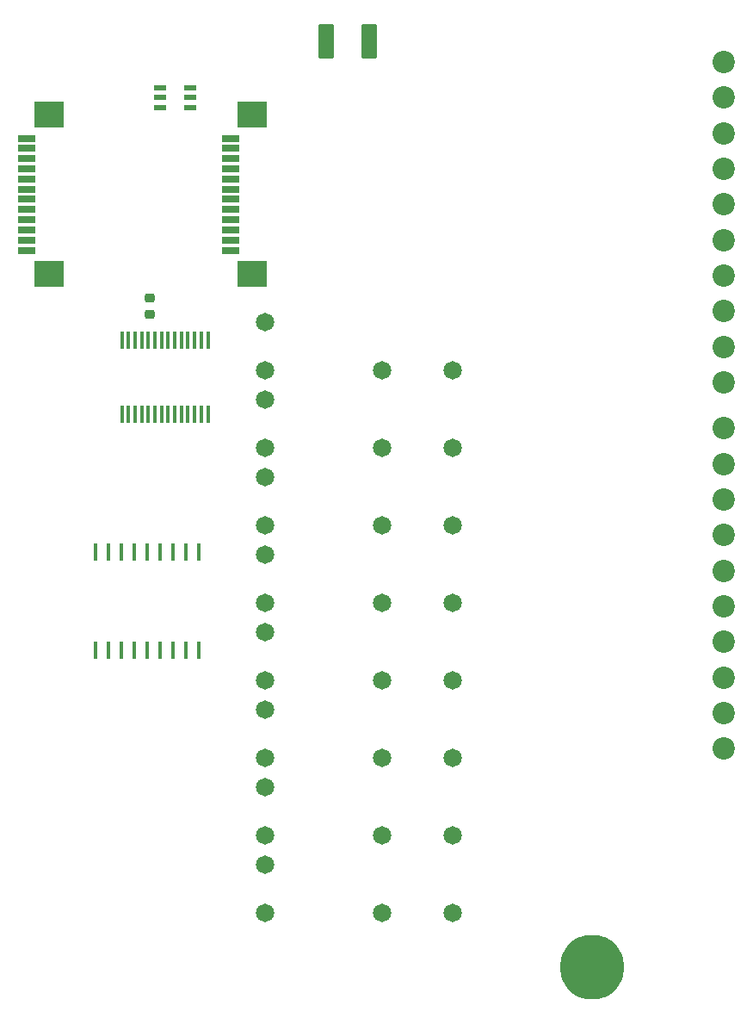
<source format=gbr>
%TF.GenerationSoftware,KiCad,Pcbnew,9.0.0*%
%TF.CreationDate,2025-03-10T21:13:25+03:00*%
%TF.ProjectId,PM_CNV-RQ8,504d5f43-4e56-42d5-9251-382e6b696361,rev?*%
%TF.SameCoordinates,Original*%
%TF.FileFunction,Soldermask,Top*%
%TF.FilePolarity,Negative*%
%FSLAX46Y46*%
G04 Gerber Fmt 4.6, Leading zero omitted, Abs format (unit mm)*
G04 Created by KiCad (PCBNEW 9.0.0) date 2025-03-10 21:13:25*
%MOMM*%
%LPD*%
G01*
G04 APERTURE LIST*
G04 Aperture macros list*
%AMRoundRect*
0 Rectangle with rounded corners*
0 $1 Rounding radius*
0 $2 $3 $4 $5 $6 $7 $8 $9 X,Y pos of 4 corners*
0 Add a 4 corners polygon primitive as box body*
4,1,4,$2,$3,$4,$5,$6,$7,$8,$9,$2,$3,0*
0 Add four circle primitives for the rounded corners*
1,1,$1+$1,$2,$3*
1,1,$1+$1,$4,$5*
1,1,$1+$1,$6,$7*
1,1,$1+$1,$8,$9*
0 Add four rect primitives between the rounded corners*
20,1,$1+$1,$2,$3,$4,$5,0*
20,1,$1+$1,$4,$5,$6,$7,0*
20,1,$1+$1,$6,$7,$8,$9,0*
20,1,$1+$1,$8,$9,$2,$3,0*%
G04 Aperture macros list end*
%ADD10R,1.181100X0.558800*%
%ADD11R,1.803400X0.635000*%
%ADD12R,2.997200X2.590800*%
%ADD13C,1.812000*%
%ADD14R,0.450800X1.716000*%
%ADD15C,2.200000*%
%ADD16RoundRect,0.225000X0.250000X-0.225000X0.250000X0.225000X-0.250000X0.225000X-0.250000X-0.225000X0*%
%ADD17O,6.350000X6.350000*%
%ADD18R,0.431800X1.655601*%
%ADD19RoundRect,0.250000X0.537500X1.450000X-0.537500X1.450000X-0.537500X-1.450000X0.537500X-1.450000X0*%
G04 APERTURE END LIST*
D10*
%TO.C,U5*%
X-20466850Y40450001D03*
X-20466850Y39500000D03*
X-20466850Y38549999D03*
X-17533150Y38549999D03*
X-17533150Y39500000D03*
X-17533150Y40450001D03*
%TD*%
D11*
%TO.C,J3*%
X-13556000Y24500008D03*
X-13556000Y25500006D03*
X-13556000Y26500004D03*
X-13556000Y27500002D03*
X-13556000Y28500000D03*
X-13556000Y29500000D03*
X-13556000Y30500000D03*
X-13556000Y31500000D03*
X-13556000Y32499998D03*
X-13556000Y33499996D03*
X-13556000Y34499994D03*
X-13556000Y35499992D03*
D12*
X-11385999Y22149997D03*
X-11385999Y37850003D03*
%TD*%
D11*
%TO.C,J1*%
X-33556000Y24500008D03*
X-33556000Y25500006D03*
X-33556000Y26500004D03*
X-33556000Y27500002D03*
X-33556000Y28500000D03*
X-33556000Y29500000D03*
X-33556000Y30500000D03*
X-33556000Y31500000D03*
X-33556000Y32499998D03*
X-33556000Y33499996D03*
X-33556000Y34499994D03*
X-33556000Y35499992D03*
D12*
X-31385999Y22149997D03*
X-31385999Y37850003D03*
%TD*%
D13*
%TO.C,K4*%
X-10160000Y-10160000D03*
X1340000Y-10160000D03*
X8340000Y-10160000D03*
X-10160000Y-5460000D03*
%TD*%
D14*
%TO.C,U2*%
X-16645000Y-5149202D03*
X-17915000Y-5149202D03*
X-19185000Y-5149202D03*
X-20455000Y-5149202D03*
X-21725000Y-5149202D03*
X-22995000Y-5149202D03*
X-24265000Y-5149202D03*
X-25535000Y-5149202D03*
X-26805000Y-5149202D03*
X-26805000Y-14850798D03*
X-25535000Y-14850798D03*
X-24265000Y-14850798D03*
X-22995000Y-14850798D03*
X-21725000Y-14850798D03*
X-20455000Y-14850798D03*
X-19185000Y-14850798D03*
X-17915000Y-14850798D03*
X-16645000Y-14850798D03*
%TD*%
D13*
%TO.C,K5*%
X-10160000Y-17780000D03*
X1340000Y-17780000D03*
X8340000Y-17780000D03*
X-10160000Y-13080000D03*
%TD*%
%TO.C,K6*%
X-10160000Y-25400000D03*
X1340000Y-25400000D03*
X8340000Y-25400000D03*
X-10160000Y-20700000D03*
%TD*%
%TO.C,K8*%
X-10160000Y-40640000D03*
X1340000Y-40640000D03*
X8340000Y-40640000D03*
X-10160000Y-35940000D03*
%TD*%
%TO.C,K1*%
X-10160000Y12700000D03*
X1340000Y12700000D03*
X8340000Y12700000D03*
X-10160000Y17400000D03*
%TD*%
D15*
%TO.C,J8*%
X35000000Y-24500000D03*
X35000000Y-21000000D03*
X35000000Y-17500000D03*
X35000000Y-14000000D03*
X35000000Y-10500000D03*
X35000000Y-7000000D03*
X35000000Y-3500000D03*
X35000000Y0D03*
X35000000Y3500000D03*
X35000000Y7000000D03*
%TD*%
D13*
%TO.C,K7*%
X-10160000Y-33020000D03*
X1340000Y-33020000D03*
X8340000Y-33020000D03*
X-10160000Y-28320000D03*
%TD*%
D16*
%TO.C,C2*%
X-21500000Y18225000D03*
X-21500000Y19775000D03*
%TD*%
D17*
%TO.C,PE1*%
X22000000Y-46000000D03*
%TD*%
D13*
%TO.C,K3*%
X-10160000Y-2540000D03*
X1340000Y-2540000D03*
X8340000Y-2540000D03*
X-10160000Y2160000D03*
%TD*%
D18*
%TO.C,U1*%
X-15775000Y8372199D03*
X-16425001Y8372199D03*
X-17075000Y8372199D03*
X-17725001Y8372199D03*
X-18374999Y8372199D03*
X-19025001Y8372199D03*
X-19674999Y8372199D03*
X-20325001Y8372199D03*
X-20974999Y8372199D03*
X-21625001Y8372199D03*
X-22274999Y8372199D03*
X-22925000Y8372199D03*
X-23574999Y8372199D03*
X-24225000Y8372199D03*
X-24224998Y15627801D03*
X-23574999Y15627801D03*
X-22924998Y15627801D03*
X-22274999Y15627801D03*
X-21624998Y15627801D03*
X-20974999Y15627801D03*
X-20324998Y15627801D03*
X-19674999Y15627801D03*
X-19025001Y15627801D03*
X-18374999Y15627801D03*
X-17725001Y15627801D03*
X-17075000Y15627801D03*
X-16425001Y15627801D03*
X-15775000Y15627801D03*
%TD*%
D13*
%TO.C,K2*%
X-10160000Y5080000D03*
X1340000Y5080000D03*
X8340000Y5080000D03*
X-10160000Y9780000D03*
%TD*%
D19*
%TO.C,C1*%
X137500Y45000000D03*
X-4137500Y45000000D03*
%TD*%
D15*
%TO.C,J7*%
X35000000Y11500000D03*
X35000000Y15000000D03*
X35000000Y18500000D03*
X35000000Y22000000D03*
X35000000Y25500000D03*
X35000000Y29000000D03*
X35000000Y32500000D03*
X35000000Y36000000D03*
X35000000Y39500000D03*
X35000000Y43000000D03*
%TD*%
M02*

</source>
